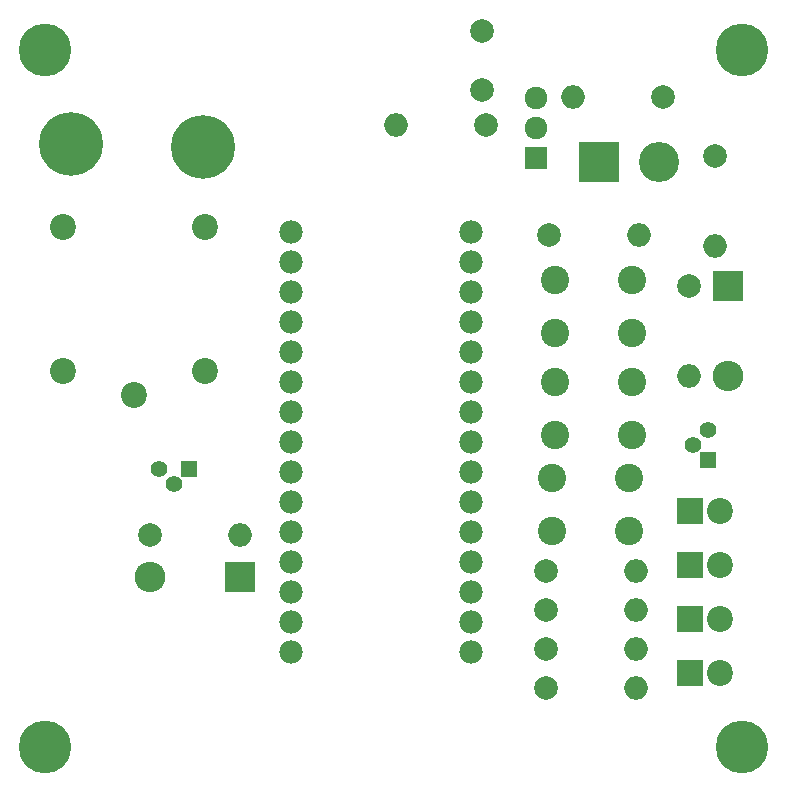
<source format=gbr>
G04 #@! TF.FileFunction,Soldermask,Bot*
%FSLAX46Y46*%
G04 Gerber Fmt 4.6, Leading zero omitted, Abs format (unit mm)*
G04 Created by KiCad (PCBNEW 4.0.7) date 03/29/20 17:22:54*
%MOMM*%
%LPD*%
G01*
G04 APERTURE LIST*
%ADD10C,0.100000*%
%ADD11C,2.000000*%
%ADD12O,2.000000X2.000000*%
%ADD13C,2.200000*%
%ADD14C,1.974800*%
%ADD15R,2.200000X2.200000*%
%ADD16R,3.400000X3.400000*%
%ADD17C,3.400000*%
%ADD18C,1.400000*%
%ADD19R,1.400000X1.400000*%
%ADD20C,2.400000*%
%ADD21C,4.464000*%
%ADD22R,2.600000X2.600000*%
%ADD23O,2.600000X2.600000*%
%ADD24C,5.400000*%
%ADD25C,1.920000*%
%ADD26R,1.920000X1.920000*%
G04 APERTURE END LIST*
D10*
D11*
X171875000Y-83700000D03*
D12*
X179495000Y-83700000D03*
D13*
X164550000Y-69800000D03*
X164550000Y-57600000D03*
X176550000Y-57600000D03*
X170550000Y-71800000D03*
X176550000Y-69800000D03*
D14*
X183800000Y-93590000D03*
X199040000Y-93590000D03*
X183800000Y-91050000D03*
X199040000Y-91050000D03*
X183800000Y-88510000D03*
X199040000Y-88510000D03*
X183800000Y-85970000D03*
X199040000Y-85970000D03*
X183800000Y-83430000D03*
X199040000Y-83430000D03*
X183800000Y-80890000D03*
X199040000Y-80890000D03*
X183800000Y-78350000D03*
X199040000Y-78350000D03*
X183800000Y-75810000D03*
X199040000Y-75810000D03*
X183800000Y-73270000D03*
X199040000Y-73270000D03*
X183800000Y-70730000D03*
X199040000Y-70730000D03*
X183800000Y-68190000D03*
X199040000Y-68190000D03*
X183800000Y-65650000D03*
X199040000Y-65650000D03*
X183800000Y-63110000D03*
X199040000Y-63110000D03*
X183800000Y-60570000D03*
X199040000Y-60570000D03*
X183800000Y-58030000D03*
X199040000Y-58030000D03*
D15*
X217582000Y-95368000D03*
D13*
X220122000Y-95368000D03*
D15*
X217582000Y-90796000D03*
D13*
X220122000Y-90796000D03*
D15*
X217582000Y-86224000D03*
D13*
X220122000Y-86224000D03*
D16*
X209900000Y-52125000D03*
D17*
X214980000Y-52125000D03*
D18*
X217836000Y-76064000D03*
X219106000Y-74794000D03*
D19*
X219106000Y-77334000D03*
D11*
X200330000Y-48980000D03*
D12*
X192710000Y-48980000D03*
D11*
X217500000Y-62600000D03*
D12*
X217500000Y-70220000D03*
D11*
X205644000Y-58284000D03*
D12*
X213264000Y-58284000D03*
D11*
X219750000Y-51575000D03*
D12*
X219750000Y-59195000D03*
D20*
X205898000Y-83358000D03*
X205898000Y-78858000D03*
X212398000Y-83358000D03*
X212398000Y-78858000D03*
X206152000Y-75230000D03*
X206152000Y-70730000D03*
X212652000Y-75230000D03*
X212652000Y-70730000D03*
X206152000Y-66594000D03*
X206152000Y-62094000D03*
X212652000Y-66594000D03*
X212652000Y-62094000D03*
D11*
X205390000Y-96638000D03*
D12*
X213010000Y-96638000D03*
D11*
X205390000Y-93336000D03*
D12*
X213010000Y-93336000D03*
D11*
X205390000Y-90034000D03*
D12*
X213010000Y-90034000D03*
D21*
X222000000Y-101600000D03*
X163000000Y-101600000D03*
X163000000Y-42600000D03*
X222000000Y-42600000D03*
D22*
X179475000Y-87225000D03*
D23*
X171855000Y-87225000D03*
D22*
X220800000Y-62600000D03*
D23*
X220800000Y-70220000D03*
D18*
X173894000Y-79366000D03*
X172624000Y-78096000D03*
D19*
X175164000Y-78096000D03*
D15*
X217582000Y-81652000D03*
D13*
X220122000Y-81652000D03*
D11*
X205390000Y-86732000D03*
D12*
X213010000Y-86732000D03*
D24*
X165150000Y-50550000D03*
X176350000Y-50800000D03*
D25*
X204550000Y-49235000D03*
X204550000Y-46695000D03*
D26*
X204550000Y-51775000D03*
D11*
X199990000Y-45990000D03*
X199990000Y-40990000D03*
X215296000Y-46600000D03*
D12*
X207676000Y-46600000D03*
M02*

</source>
